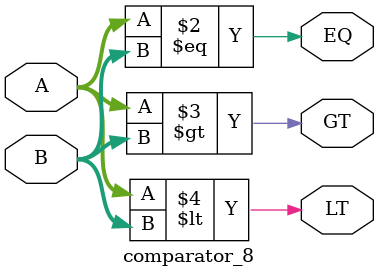
<source format=sv>
module comparator_8 (
    input  logic [7:0] A, 
    input  logic [7:0] B, 
    output logic       LT,   
    output logic       EQ,   
    output logic       GT    
);

always_comb begin
    EQ = (A == B);   
    GT = (A >  B);  
    LT = (A <  B);
end

endmodule

</source>
